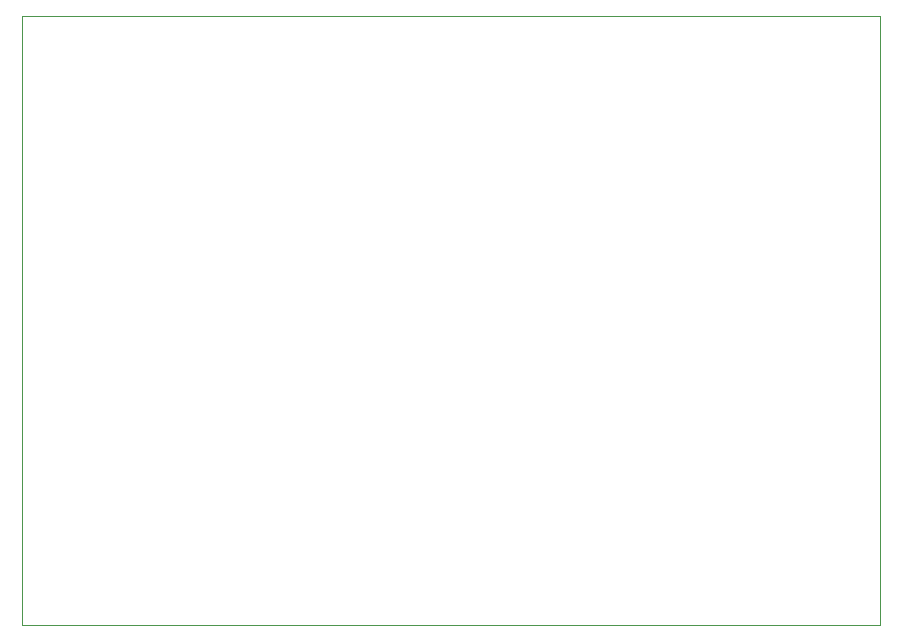
<source format=gbr>
G04 #@! TF.GenerationSoftware,KiCad,Pcbnew,(5.1.4)-1*
G04 #@! TF.CreationDate,2020-09-22T21:35:24+03:00*
G04 #@! TF.ProjectId,ws8212b_disp,77733832-3132-4625-9f64-6973702e6b69,rev?*
G04 #@! TF.SameCoordinates,Original*
G04 #@! TF.FileFunction,Profile,NP*
%FSLAX46Y46*%
G04 Gerber Fmt 4.6, Leading zero omitted, Abs format (unit mm)*
G04 Created by KiCad (PCBNEW (5.1.4)-1) date 2020-09-22 21:35:24*
%MOMM*%
%LPD*%
G04 APERTURE LIST*
%ADD10C,0.100000*%
G04 APERTURE END LIST*
D10*
X25120600Y-104825800D02*
X25120600Y-53213000D01*
X97739200Y-104775000D02*
X25120600Y-104775000D01*
X97739200Y-53213000D02*
X97739200Y-104775000D01*
X25120600Y-53213000D02*
X97739200Y-53213000D01*
M02*

</source>
